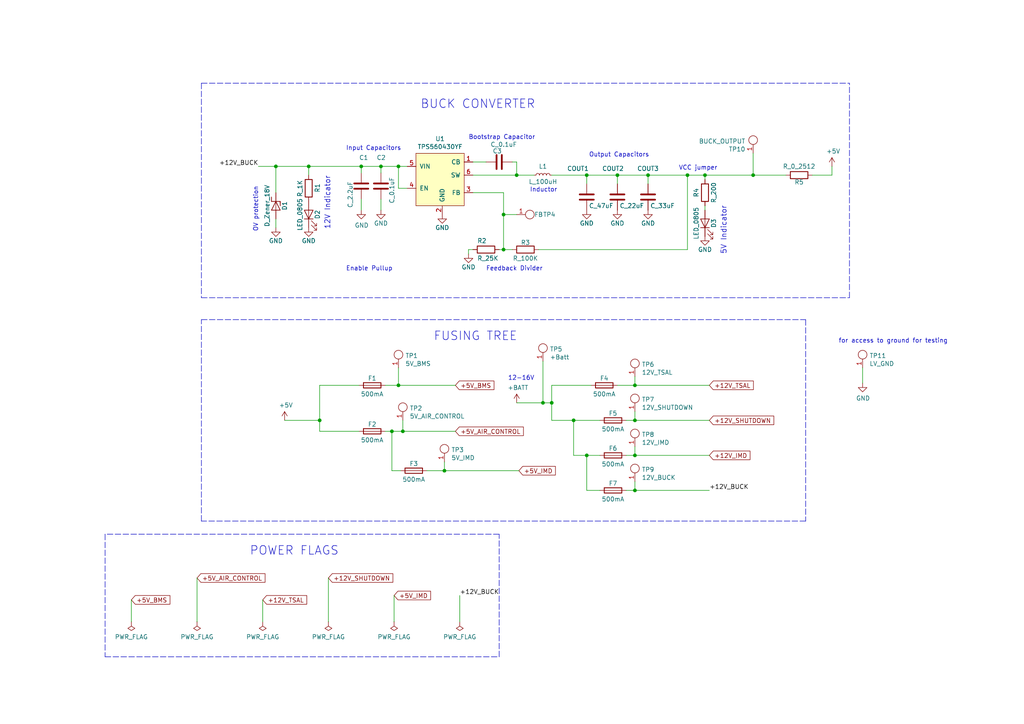
<source format=kicad_sch>
(kicad_sch (version 20211123) (generator eeschema)
  (paper "A4")
  (lib_symbols
    (symbol "formula:C_0.1uF" (pin_numbers hide) (pin_names (offset 0.254))
      (property "Reference" "C" (at 0.635 2.54 0))
      (property "Value" "C_0.1uF" (at 0.635 -2.54 0))
      (symbol "C_0.1uF_0_1"
        (polyline (pts (xy -2.032 -0.762) (xy 2.032 -0.762)) (stroke (width 0.508)))
        (polyline (pts (xy -2.032 0.762) (xy 2.032 0.762)) (stroke (width 0.508)))
      )
      (symbol "C_0.1uF_1_1"
        (pin passive line (at 0 3.81 270) (length 2.794) (name "~") (number "1"))
        (pin passive line (at 0 -3.81 90) (length 2.794) (name "~") (number "2"))
      )
    )
    (symbol "formula:C_2.2uF" (pin_numbers hide) (pin_names (offset 0.254))
      (property "Reference" "C" (at 0.635 3.81 0))
      (property "Value" "C_2.2uF" (at 0.635 -1.27 0))
      (symbol "C_2.2uF_0_1"
        (polyline (pts (xy -2.032 0.508) (xy 2.032 0.508)) (stroke (width 0.508)))
        (polyline (pts (xy -2.032 2.032) (xy 2.032 2.032)) (stroke (width 0.508)))
      )
      (symbol "C_2.2uF_1_1"
        (pin passive line (at 0 5.08 270) (length 2.794) (name "~") (number "1"))
        (pin passive line (at 0 -2.54 90) (length 2.794) (name "~") (number "2"))
      )
    )
    (symbol "formula:C_22uF" (pin_numbers hide) (pin_names (offset 0.254))
      (property "Reference" "C" (at 0.635 2.54 0))
      (property "Value" "C_22uF" (at 0.635 -2.54 0))
      (symbol "C_22uF_0_1"
        (polyline (pts (xy -2.032 -0.762) (xy 2.032 -0.762)) (stroke (width 0.508)))
        (polyline (pts (xy -2.032 0.762) (xy 2.032 0.762)) (stroke (width 0.508)))
      )
      (symbol "C_22uF_1_1"
        (pin passive line (at 0 3.81 270) (length 2.794) (name "~") (number "1"))
        (pin passive line (at 0 -3.81 90) (length 2.794) (name "~") (number "2"))
      )
    )
    (symbol "formula:C_33uF" (pin_numbers hide) (pin_names (offset 0.254))
      (property "Reference" "C" (at 0.635 2.54 0))
      (property "Value" "C_33uF" (at 2.54 -7.62 0))
      (symbol "C_33uF_0_1"
        (polyline (pts (xy -2.032 -0.762) (xy 2.032 -0.762)) (stroke (width 0.508)))
        (polyline (pts (xy -2.032 0.762) (xy 2.032 0.762)) (stroke (width 0.508)))
      )
      (symbol "C_33uF_1_1"
        (pin passive line (at 0 3.81 270) (length 2.794) (name "~") (number "1"))
        (pin passive line (at 0 -3.81 90) (length 2.794) (name "~") (number "2"))
      )
    )
    (symbol "formula:C_47uF" (pin_numbers hide) (pin_names (offset 0.254))
      (property "Reference" "C" (at 0.635 2.54 0))
      (property "Value" "C_47uF" (at 0.635 -2.54 0))
      (symbol "C_47uF_0_1"
        (polyline (pts (xy -2.032 -0.762) (xy 2.032 -0.762)) (stroke (width 0.508)))
        (polyline (pts (xy -2.032 0.762) (xy 2.032 0.762)) (stroke (width 0.508)))
      )
      (symbol "C_47uF_1_1"
        (pin passive line (at 0 3.81 270) (length 2.794) (name "~") (number "1"))
        (pin passive line (at 0 -3.81 90) (length 2.794) (name "~") (number "2"))
      )
    )
    (symbol "formula:D_Zener_18V" (pin_numbers hide) (pin_names (offset 1.016) hide)
      (property "Reference" "D" (at 0 2.54 0))
      (property "Value" "D_Zener_18V" (at 0 -2.54 0))
      (symbol "D_Zener_18V_0_1"
        (polyline (pts (xy -1.27 -1.27) (xy -2.54 -1.27)) (stroke (width 0.2032)))
        (polyline (pts (xy -1.27 1.27) (xy 0 1.27)) (stroke (width 0.2032)))
        (polyline (pts (xy 1.27 0) (xy -1.27 0)))
        (polyline (pts (xy -1.27 -1.27) (xy -1.27 1.27) (xy -0.762 1.27)) (stroke (width 0.2032)))
        (polyline (pts (xy 1.27 -1.27) (xy 1.27 1.27) (xy -1.27 0) (xy 1.27 -1.27)) (stroke (width 0.2032)))
      )
      (symbol "D_Zener_18V_1_1"
        (pin passive line (at -3.81 0 0) (length 2.54) (name "K") (number "1"))
        (pin passive line (at 3.81 0 180) (length 2.54) (name "A") (number "2"))
      )
    )
    (symbol "formula:F_500mA_16V" (pin_numbers hide) (pin_names (offset 0))
      (property "Reference" "F" (at 2.032 0 90))
      (property "Value" "F_500mA_16V" (at -1.905 0 90))
      (symbol "F_500mA_16V_0_1"
        (rectangle (start -0.762 -2.54) (end 0.762 2.54) (stroke (width 0.254)))
        (polyline (pts (xy 0 2.54) (xy 0 -2.54)))
      )
      (symbol "F_500mA_16V_1_1"
        (pin passive line (at 0 3.81 270) (length 1.27) (name "~") (number "1"))
        (pin passive line (at 0 -3.81 90) (length 1.27) (name "~") (number "2"))
      )
    )
    (symbol "formula:LED_0805" (pin_numbers hide) (pin_names (offset 1.016) hide)
      (property "Reference" "D" (at 0 -2.54 0))
      (property "Value" "LED_0805" (at 0 2.54 0))
      (symbol "LED_0805_0_1"
        (polyline (pts (xy -1.27 -1.27) (xy -1.27 1.27)) (stroke (width 0.2032)))
        (polyline (pts (xy -1.27 0) (xy 1.27 0)))
        (polyline (pts (xy 1.27 -1.27) (xy 1.27 1.27) (xy -1.27 0) (xy 1.27 -1.27)) (stroke (width 0.2032)))
        (polyline (pts (xy -3.048 -0.762) (xy -4.572 -2.286) (xy -3.81 -2.286) (xy -4.572 -2.286) (xy -4.572 -1.524)))
        (polyline (pts (xy -1.778 -0.762) (xy -3.302 -2.286) (xy -2.54 -2.286) (xy -3.302 -2.286) (xy -3.302 -1.524)))
      )
      (symbol "LED_0805_1_1"
        (pin passive line (at -3.81 0 0) (length 2.54) (name "K") (number "1"))
        (pin passive line (at 3.81 0 180) (length 2.54) (name "A") (number "2"))
      )
    )
    (symbol "formula:L_100uH" (pin_numbers hide) (pin_names (offset 1.016) hide)
      (property "Reference" "L" (at 0 -1.27 0))
      (property "Value" "L_100uH" (at 0 2.54 0))
      (symbol "L_100uH_1_1"
        (arc (start -1.016 0) (mid -1.524 0.508) (end -2.032 0))
        (arc (start 0 0) (mid -0.508 0.508) (end -1.016 0))
        (arc (start 1.016 0) (mid 0.508 0.508) (end 0 0))
        (arc (start 2.032 0) (mid 1.524 0.508) (end 1.016 0))
        (pin passive line (at -2.54 0 0) (length 0.508) (name "~") (number "1"))
        (pin passive line (at 2.54 0 180) (length 0.508) (name "~") (number "2"))
      )
    )
    (symbol "formula:R_0_2512" (pin_numbers hide) (pin_names (offset 0))
      (property "Reference" "R" (at 2.032 0 90))
      (property "Value" "R_0_2512" (at -2.54 0 90))
      (symbol "R_0_2512_0_1"
        (rectangle (start -1.016 -2.54) (end 1.016 2.54) (stroke (width 0.254)))
      )
      (symbol "R_0_2512_1_1"
        (pin passive line (at 0 3.81 270) (length 1.27) (name "~") (number "1"))
        (pin passive line (at 0 -3.81 90) (length 1.27) (name "~") (number "2"))
      )
    )
    (symbol "formula:R_10K" (pin_numbers hide) (pin_names (offset 0))
      (property "Reference" "R" (at 2.032 0 90))
      (property "Value" "R_10K" (at -2.54 0 90))
      (symbol "R_10K_0_1"
        (rectangle (start -1.016 -2.54) (end 1.016 2.54) (stroke (width 0.254)))
      )
      (symbol "R_10K_1_1"
        (pin passive line (at 0 3.81 270) (length 1.27) (name "~") (number "1"))
        (pin passive line (at 0 -3.81 90) (length 1.27) (name "~") (number "2"))
      )
    )
    (symbol "formula:R_1K" (pin_numbers hide) (pin_names (offset 0))
      (property "Reference" "R" (at 2.032 0 90))
      (property "Value" "R_1K" (at -2.54 0 90))
      (symbol "R_1K_0_1"
        (rectangle (start -1.016 -2.54) (end 1.016 2.54) (stroke (width 0.254)))
      )
      (symbol "R_1K_1_1"
        (pin passive line (at 0 3.81 270) (length 1.27) (name "~") (number "1"))
        (pin passive line (at 0 -3.81 90) (length 1.27) (name "~") (number "2"))
      )
    )
    (symbol "formula:R_200" (pin_numbers hide) (pin_names (offset 0))
      (property "Reference" "R" (at 2.032 0 90))
      (property "Value" "R_200" (at -2.54 0 90))
      (symbol "R_200_0_1"
        (rectangle (start -1.016 -2.54) (end 1.016 2.54) (stroke (width 0.254)))
      )
      (symbol "R_200_1_1"
        (pin passive line (at 0 3.81 270) (length 1.27) (name "~") (number "1"))
        (pin passive line (at 0 -3.81 90) (length 1.27) (name "~") (number "2"))
      )
    )
    (symbol "formula:R_54.9K" (pin_numbers hide) (pin_names (offset 0))
      (property "Reference" "R" (at 2.032 0 90))
      (property "Value" "R_54.9K" (at -2.54 0 90))
      (symbol "R_54.9K_0_1"
        (rectangle (start -1.016 -2.54) (end 1.016 2.54) (stroke (width 0.254)))
      )
      (symbol "R_54.9K_1_1"
        (pin passive line (at 0 3.81 270) (length 1.27) (name "~") (number "1"))
        (pin passive line (at 0 -3.81 90) (length 1.27) (name "~") (number "2"))
      )
    )
    (symbol "formula:TPS560430YF" (pin_names (offset 1.016))
      (property "Reference" "U" (at -5.08 -8.89 0))
      (property "Value" "TPS560430YF" (at 0 10.16 0))
      (symbol "TPS560430YF_0_1"
        (rectangle (start -6.35 -2.54) (end -6.35 -2.54))
        (rectangle (start -6.35 7.62) (end 7.62 -7.62) (fill (type background)))
      )
      (symbol "TPS560430YF_1_1"
        (pin bidirectional line (at 10.16 5.08 180) (length 2.54) (name "CB") (number "1"))
        (pin power_in line (at 1.27 -10.16 90) (length 2.54) (name "GND") (number "2"))
        (pin input line (at 10.16 -3.81 180) (length 2.54) (name "FB") (number "3"))
        (pin input line (at -8.89 -2.54 0) (length 2.54) (name "EN") (number "4"))
        (pin power_in line (at -8.89 3.81 0) (length 2.54) (name "VIN") (number "5"))
        (pin output line (at 10.16 1.27 180) (length 2.54) (name "SW") (number "6"))
      )
    )
    (symbol "formula:Test_Point_SMD" (pin_names (offset 1.016))
      (property "Reference" "TP" (at 0 7.62 0))
      (property "Value" "Test_Point_SMD" (at 1.27 5.08 0))
      (symbol "Test_Point_SMD_1_1"
        (circle (center 0 2.54) (radius 1.27))
        (pin input line (at 0 -1.27 90) (length 2.54) (name "~") (number "1"))
      )
    )
    (symbol "power:+5V" (power) (pin_names (offset 0))
      (property "Value" "+5V" (at 0 3.556 0))
      (symbol "+5V_0_1"
        (polyline (pts (xy -0.762 1.27) (xy 0 2.54)))
        (polyline (pts (xy 0 0) (xy 0 2.54)))
        (polyline (pts (xy 0 2.54) (xy 0.762 1.27)))
      )
      (symbol "+5V_1_1"
        (pin power_in line (at 0 0 90) (length 0) hide (name "+5V") (number "1"))
      )
    )
    (symbol "power:+BATT" (power) (pin_names (offset 0))
      (property "Value" "+BATT" (at 0 3.556 0))
      (symbol "+BATT_0_1"
        (polyline (pts (xy -0.762 1.27) (xy 0 2.54)))
        (polyline (pts (xy 0 0) (xy 0 2.54)))
        (polyline (pts (xy 0 2.54) (xy 0.762 1.27)))
      )
      (symbol "+BATT_1_1"
        (pin power_in line (at 0 0 90) (length 0) hide (name "+BATT") (number "1"))
      )
    )
    (symbol "power:GND" (power) (pin_names (offset 0))
      (property "Value" "GND" (at 0 -3.81 0))
      (symbol "GND_0_1"
        (polyline (pts (xy 0 0) (xy 0 -1.27) (xy 1.27 -1.27) (xy 0 -2.54) (xy -1.27 -1.27) (xy 0 -1.27)))
      )
      (symbol "GND_1_1"
        (pin power_in line (at 0 0 270) (length 0) hide (name "GND") (number "1"))
      )
    )
    (symbol "power:PWR_FLAG" (power) (pin_numbers hide) (pin_names (offset 0) hide)
      (property "Value" "PWR_FLAG" (at 0 3.81 0))
      (symbol "PWR_FLAG_0_0"
        (pin power_out line (at 0 0 90) (length 0) (name "pwr") (number "1"))
      )
      (symbol "PWR_FLAG_0_1"
        (polyline (pts (xy 0 0) (xy 0 1.27) (xy -1.016 1.905) (xy 0 2.54) (xy 1.016 1.905) (xy 0 1.27)))
      )
    )
  )
  (junction (at 170.18 132.08))
  (junction (at 115.57 111.76))
  (junction (at 187.96 50.8))
  (junction (at 116.84 125.095))
  (junction (at 80.01 48.26))
  (junction (at 166.37 121.92))
  (junction (at 179.07 50.8))
  (junction (at 160.02 116.84))
  (junction (at 146.05 72.39))
  (junction (at 110.49 48.26))
  (junction (at 170.18 50.8))
  (junction (at 184.15 121.92))
  (junction (at 128.905 136.525))
  (junction (at 92.71 121.92))
  (junction (at 184.15 142.24))
  (junction (at 149.86 50.8))
  (junction (at 113.665 125.095))
  (junction (at 104.775 48.26))
  (junction (at 184.15 111.76))
  (junction (at 204.47 50.8))
  (junction (at 89.535 48.26))
  (junction (at 199.39 50.8))
  (junction (at 157.48 116.84))
  (junction (at 218.44 50.8))
  (junction (at 115.57 48.26))
  (junction (at 146.05 62.23))
  (junction (at 184.15 132.08))
  (wire (pts (xy 157.48 104.775) (xy 157.48 116.84)))
  (wire (pts (xy 160.02 121.92) (xy 166.37 121.92)))
  (wire (pts (xy 146.05 72.39) (xy 146.05 62.23)))
  (wire (pts (xy 80.01 48.26) (xy 89.535 48.26)))
  (wire (pts (xy 113.665 125.095) (xy 113.665 136.525)))
  (wire (pts (xy 204.47 50.8) (xy 218.44 50.8)))
  (wire (pts (xy 92.71 125.095) (xy 104.14 125.095)))
  (wire (pts (xy 110.49 48.26) (xy 115.57 48.26)))
  (wire (pts (xy 181.61 121.92) (xy 184.15 121.92)))
  (wire (pts (xy 184.15 109.22) (xy 184.15 111.76)))
  (wire (pts (xy 184.15 132.08) (xy 205.74 132.08)))
  (wire (pts (xy 116.84 121.92) (xy 116.84 125.095)))
  (wire (pts (xy 104.775 48.26) (xy 110.49 48.26)))
  (wire (pts (xy 170.18 142.24) (xy 173.99 142.24)))
  (wire (pts (xy 184.15 129.54) (xy 184.15 132.08)))
  (polyline (pts (xy 144.78 190.5) (xy 144.78 154.94)))
  (wire (pts (xy 166.37 121.92) (xy 166.37 132.08)))
  (wire (pts (xy 179.07 50.8) (xy 179.07 53.34)))
  (wire (pts (xy 89.535 48.26) (xy 104.775 48.26)))
  (polyline (pts (xy 30.48 154.94) (xy 30.48 190.5)))
  (wire (pts (xy 199.39 50.8) (xy 204.47 50.8)))
  (wire (pts (xy 171.45 111.76) (xy 160.02 111.76)))
  (wire (pts (xy 157.48 116.84) (xy 160.02 116.84)))
  (wire (pts (xy 38.1 173.99) (xy 38.1 180.34)))
  (wire (pts (xy 82.55 121.92) (xy 92.71 121.92)))
  (wire (pts (xy 123.825 136.525) (xy 128.905 136.525)))
  (wire (pts (xy 149.86 116.84) (xy 157.48 116.84)))
  (polyline (pts (xy 58.42 24.13) (xy 58.42 86.36)))
  (polyline (pts (xy 58.42 86.36) (xy 246.38 86.36)))
  (wire (pts (xy 149.86 46.99) (xy 148.59 46.99)))
  (wire (pts (xy 187.96 50.8) (xy 199.39 50.8)))
  (wire (pts (xy 199.39 50.8) (xy 199.39 72.39)))
  (wire (pts (xy 137.16 55.88) (xy 146.05 55.88)))
  (wire (pts (xy 149.86 50.8) (xy 154.94 50.8)))
  (wire (pts (xy 104.775 48.26) (xy 104.775 50.165)))
  (wire (pts (xy 160.02 111.76) (xy 160.02 116.84)))
  (polyline (pts (xy 58.42 24.13) (xy 246.38 24.13)))
  (wire (pts (xy 110.49 57.785) (xy 110.49 60.96)))
  (polyline (pts (xy 58.42 92.71) (xy 233.68 92.71)))
  (wire (pts (xy 113.665 136.525) (xy 116.205 136.525)))
  (wire (pts (xy 184.15 142.24) (xy 205.74 142.24)))
  (wire (pts (xy 115.57 48.26) (xy 118.11 48.26)))
  (wire (pts (xy 241.3 50.8) (xy 241.3 48.26)))
  (polyline (pts (xy 144.78 154.94) (xy 30.48 154.94)))
  (wire (pts (xy 111.76 111.76) (xy 115.57 111.76)))
  (wire (pts (xy 181.61 142.24) (xy 184.15 142.24)))
  (wire (pts (xy 74.93 48.26) (xy 80.01 48.26)))
  (wire (pts (xy 104.14 111.76) (xy 92.71 111.76)))
  (wire (pts (xy 116.84 125.095) (xy 132.08 125.095)))
  (wire (pts (xy 128.905 136.525) (xy 150.495 136.525)))
  (wire (pts (xy 137.16 46.99) (xy 140.97 46.99)))
  (wire (pts (xy 187.96 50.8) (xy 187.96 53.34)))
  (polyline (pts (xy 233.68 92.71) (xy 233.68 151.13)))
  (wire (pts (xy 133.35 172.72) (xy 133.35 180.34)))
  (wire (pts (xy 170.18 50.8) (xy 179.07 50.8)))
  (wire (pts (xy 204.47 59.69) (xy 204.47 60.96)))
  (wire (pts (xy 170.18 50.8) (xy 170.18 53.34)))
  (wire (pts (xy 218.44 44.45) (xy 218.44 50.8)))
  (polyline (pts (xy 58.42 151.13) (xy 58.42 92.71)))
  (wire (pts (xy 80.01 48.26) (xy 80.01 55.88)))
  (wire (pts (xy 115.57 106.68) (xy 115.57 111.76)))
  (wire (pts (xy 137.16 50.8) (xy 149.86 50.8)))
  (wire (pts (xy 92.71 121.92) (xy 92.71 125.095)))
  (wire (pts (xy 115.57 111.76) (xy 132.08 111.76)))
  (wire (pts (xy 184.15 139.7) (xy 184.15 142.24)))
  (wire (pts (xy 204.47 50.8) (xy 204.47 52.07)))
  (wire (pts (xy 115.57 54.61) (xy 115.57 48.26)))
  (polyline (pts (xy 30.48 190.5) (xy 144.78 190.5)))
  (wire (pts (xy 57.15 167.64) (xy 57.15 180.34)))
  (wire (pts (xy 179.07 50.8) (xy 187.96 50.8)))
  (wire (pts (xy 181.61 132.08) (xy 184.15 132.08)))
  (wire (pts (xy 184.15 121.92) (xy 205.74 121.92)))
  (wire (pts (xy 89.535 50.8) (xy 89.535 48.26)))
  (wire (pts (xy 113.665 125.095) (xy 116.84 125.095)))
  (wire (pts (xy 128.905 133.985) (xy 128.905 136.525)))
  (wire (pts (xy 250.19 106.68) (xy 250.19 111.125)))
  (wire (pts (xy 179.07 111.76) (xy 184.15 111.76)))
  (wire (pts (xy 170.18 132.08) (xy 173.99 132.08)))
  (wire (pts (xy 218.44 50.8) (xy 227.965 50.8)))
  (wire (pts (xy 80.01 63.5) (xy 80.01 66.04)))
  (wire (pts (xy 137.16 72.39) (xy 135.89 72.39)))
  (wire (pts (xy 149.86 46.99) (xy 149.86 50.8)))
  (wire (pts (xy 148.59 72.39) (xy 146.05 72.39)))
  (polyline (pts (xy 246.38 86.36) (xy 246.38 24.13)))
  (wire (pts (xy 114.3 172.72) (xy 114.3 180.34)))
  (wire (pts (xy 166.37 132.08) (xy 170.18 132.08)))
  (wire (pts (xy 146.05 62.23) (xy 149.86 62.23)))
  (wire (pts (xy 111.76 125.095) (xy 113.665 125.095)))
  (wire (pts (xy 184.15 111.76) (xy 205.74 111.76)))
  (wire (pts (xy 146.05 62.23) (xy 146.05 55.88)))
  (wire (pts (xy 104.775 57.785) (xy 104.775 60.96)))
  (polyline (pts (xy 233.68 151.13) (xy 58.42 151.13)))
  (wire (pts (xy 146.05 72.39) (xy 144.78 72.39)))
  (wire (pts (xy 235.585 50.8) (xy 241.3 50.8)))
  (wire (pts (xy 115.57 54.61) (xy 118.11 54.61)))
  (wire (pts (xy 92.71 111.76) (xy 92.71 121.92)))
  (wire (pts (xy 166.37 121.92) (xy 173.99 121.92)))
  (wire (pts (xy 184.15 119.38) (xy 184.15 121.92)))
  (wire (pts (xy 95.25 167.64) (xy 95.25 180.34)))
  (wire (pts (xy 76.2 180.34) (xy 76.2 173.99)))
  (wire (pts (xy 135.89 73.66) (xy 135.89 72.39)))
  (wire (pts (xy 110.49 50.165) (xy 110.49 48.26)))
  (wire (pts (xy 160.02 50.8) (xy 170.18 50.8)))
  (wire (pts (xy 156.21 72.39) (xy 199.39 72.39)))
  (wire (pts (xy 170.18 132.08) (xy 170.18 142.24)))
  (wire (pts (xy 160.02 116.84) (xy 160.02 121.92)))
  (text "12V Indicator" (at 95.885 66.675 90) (effects (font (size 1.524 1.524)) (justify left bottom)))
  (text "5V Indicator" (at 210.82 59.69 270) (effects (font (size 1.524 1.524)) (justify right bottom)))
  (text "Output Capacitors" (at 170.815 45.72 0) (effects (font (size 1.27 1.27)) (justify left bottom)))
  (text "OV protection" (at 74.93 67.31 90) (effects (font (size 1.27 1.27)) (justify left bottom)))
  (text "VCC jumper" (at 196.85 49.53 0) (effects (font (size 1.27 1.27)) (justify left bottom)))
  (text "FUSING TREE" (at 125.73 99.06 0) (effects (font (size 2.4892 2.4892)) (justify left bottom)))
  (text "Bootstrap Capacitor\n" (at 135.89 40.64 0) (effects (font (size 1.27 1.27)) (justify left bottom)))
  (text "Enable Pullup" (at 100.33 78.74 0) (effects (font (size 1.27 1.27)) (justify left bottom)))
  (text "Inductor" (at 153.67 55.88 0) (effects (font (size 1.27 1.27)) (justify left bottom)))
  (text "POWER FLAGS" (at 72.39 161.29 0) (effects (font (size 2.4892 2.4892)) (justify left bottom)))
  (text "BUCK CONVERTER" (at 121.92 31.75 0) (effects (font (size 2.4892 2.4892)) (justify left bottom)))
  (text "for access to ground for testing" (at 243.205 99.695 0) (effects (font (size 1.27 1.27)) (justify left bottom)))
  (text "12-16V" (at 147.32 110.49 0) (effects (font (size 1.27 1.27)) (justify left bottom)))
  (text "Input Capacitors" (at 100.33 43.815 0) (effects (font (size 1.27 1.27)) (justify left bottom)))
  (text "Feedback Divider" (at 140.97 78.74 0) (effects (font (size 1.27 1.27)) (justify left bottom)))
  (label "+12V_BUCK" (at 74.93 48.26 180))
  (label "+12V_BUCK" (at 133.35 172.72 0))
  (label "+12V_BUCK" (at 205.74 142.24 0))
  (global_label "+5V_AIR_CONTROL" (shape input) (at 132.08 125.095 0) (property "Intersheet References" "${INTERSHEET_REFS}" (effects hide)))
  (global_label "+5V_AIR_CONTROL" (shape input) (at 57.15 167.64 0) (property "Intersheet References" "${INTERSHEET_REFS}" (effects hide)))
  (global_label "+12V_SHUTDOWN" (shape input) (at 95.25 167.64 0) (property "Intersheet References" "${INTERSHEET_REFS}" (effects hide)))
  (global_label "+5V_IMD" (shape input) (at 114.3 172.72 0) (property "Intersheet References" "${INTERSHEET_REFS}" (effects hide)))
  (global_label "+12V_SHUTDOWN" (shape input) (at 205.74 121.92 0) (property "Intersheet References" "${INTERSHEET_REFS}" (effects hide)))
  (global_label "+12V_IMD" (shape input) (at 205.74 132.08 0) (property "Intersheet References" "${INTERSHEET_REFS}" (effects hide)))
  (global_label "+5V_IMD" (shape input) (at 150.495 136.525 0) (property "Intersheet References" "${INTERSHEET_REFS}" (effects hide)))
  (global_label "+12V_TSAL" (shape input) (at 76.2 173.99 0) (property "Intersheet References" "${INTERSHEET_REFS}" (effects hide)))
  (global_label "+12V_TSAL" (shape input) (at 205.74 111.76 0) (property "Intersheet References" "${INTERSHEET_REFS}" (effects hide)))
  (global_label "+5V_BMS" (shape input) (at 132.08 111.76 0) (property "Intersheet References" "${INTERSHEET_REFS}" (effects hide)))
  (global_label "+5V_BMS" (shape input) (at 38.1 173.99 0) (property "Intersheet References" "${INTERSHEET_REFS}" (effects hide)))
  (symbol (lib_id "formula:F_500mA_16V") (at 107.95 111.76 90) (unit 1)
    (property "Reference" "F1" (at 107.95 109.728 90))
    (property "Value" "500mA" (at 107.95 114.3 90))
    (property "Footprint" "footprints:Fuse_1210" (effects hide))
    (property "Datasheet" "https://belfuse.com/resources/CircuitProtection/datasheets/0ZCH%20Nov2016.pdf" (effects hide))
    (property "MFN" "Digi-Key" (effects hide))
    (property "MPN" "507-1786-1-ND" (effects hide))
    (property "Package" "Value" (effects hide))
    (property "PurchasingLink" "https://www.digikey.com/product-detail/en/bel-fuse-inc/0ZCH0050FF2G/507-1786-1-ND/4156209" (effects hide))
  )
  (symbol (lib_id "power:+5V") (at 82.55 121.92 0) (unit 1)
    (property "Reference" "#PWR0132" (effects hide))
    (property "Value" "+5V" (at 82.931 117.5258 0))
  )
  (symbol (lib_id "formula:F_500mA_16V") (at 107.95 125.095 90) (unit 1)
    (property "Reference" "F2" (at 107.95 123.063 90))
    (property "Value" "500mA" (at 107.95 127.635 90))
    (property "Footprint" "footprints:Fuse_1210" (effects hide))
    (property "Datasheet" "https://belfuse.com/resources/CircuitProtection/datasheets/0ZCH%20Nov2016.pdf" (effects hide))
    (property "MFN" "Digi-Key" (effects hide))
    (property "MPN" "507-1786-1-ND" (effects hide))
    (property "Package" "Value" (effects hide))
    (property "PurchasingLink" "https://www.digikey.com/product-detail/en/bel-fuse-inc/0ZCH0050FF2G/507-1786-1-ND/4156209" (effects hide))
  )
  (symbol (lib_id "formula:F_500mA_16V") (at 175.26 111.76 90) (unit 1)
    (property "Reference" "F4" (at 175.26 109.728 90))
    (property "Value" "500mA" (at 175.26 114.3 90))
    (property "Footprint" "footprints:Fuse_1210" (effects hide))
    (property "Datasheet" "https://belfuse.com/resources/CircuitProtection/datasheets/0ZCH%20Nov2016.pdf" (effects hide))
    (property "MFN" "Digi-Key" (effects hide))
    (property "MPN" "507-1786-1-ND" (effects hide))
    (property "Package" "Value" (effects hide))
    (property "PurchasingLink" "https://www.digikey.com/product-detail/en/bel-fuse-inc/0ZCH0050FF2G/507-1786-1-ND/4156209" (effects hide))
  )
  (symbol (lib_id "formula:F_500mA_16V") (at 120.015 136.525 90) (unit 1)
    (property "Reference" "F3" (at 120.015 134.493 90))
    (property "Value" "500mA" (at 120.015 139.065 90))
    (property "Footprint" "footprints:Fuse_1210" (effects hide))
    (property "Datasheet" "https://belfuse.com/resources/CircuitProtection/datasheets/0ZCH%20Nov2016.pdf" (effects hide))
    (property "MFN" "Digi-Key" (effects hide))
    (property "MPN" "507-1786-1-ND" (effects hide))
    (property "Package" "Value" (effects hide))
    (property "PurchasingLink" "https://www.digikey.com/product-detail/en/bel-fuse-inc/0ZCH0050FF2G/507-1786-1-ND/4156209" (effects hide))
  )
  (symbol (lib_id "power:+5V") (at 241.3 48.26 0) (unit 1)
    (property "Reference" "#PWR0102" (effects hide))
    (property "Value" "+5V" (at 241.681 43.8658 0))
  )
  (symbol (lib_id "formula:F_500mA_16V") (at 177.8 121.92 90) (unit 1)
    (property "Reference" "F5" (at 177.8 119.888 90))
    (property "Value" "500mA" (at 177.8 124.46 90))
    (property "Footprint" "footprints:Fuse_1210" (effects hide))
    (property "Datasheet" "https://belfuse.com/resources/CircuitProtection/datasheets/0ZCH%20Nov2016.pdf" (effects hide))
    (property "MFN" "Digi-Key" (effects hide))
    (property "MPN" "507-1786-1-ND" (effects hide))
    (property "Package" "Value" (effects hide))
    (property "PurchasingLink" "https://www.digikey.com/product-detail/en/bel-fuse-inc/0ZCH0050FF2G/507-1786-1-ND/4156209" (effects hide))
  )
  (symbol (lib_id "formula:R_200") (at 204.47 55.88 0) (unit 1)
    (property "Reference" "R4" (at 201.93 55.88 90))
    (property "Value" "R_200" (at 207.01 55.88 90))
    (property "Footprint" "footprints:R_0805_OEM" (effects hide))
    (property "Datasheet" "https://www.seielect.com/Catalog/SEI-RMCF_RMCP.pdf" (effects hide))
    (property "MFN" "Digi-Key" (effects hide))
    (property "MPN" "RMCF0805JT200RCT-ND" (effects hide))
    (property "Package" "Value" (effects hide))
    (property "PurchasingLink" "https://www.digikey.com/products/en?keywords=RMCF0805JT200RCT-ND" (effects hide))
  )
  (symbol (lib_id "formula:LED_0805") (at 89.535 62.23 90) (unit 1)
    (property "Reference" "D2" (at 92.075 62.23 0))
    (property "Value" "LED_0805" (at 86.995 62.23 0))
    (property "Footprint" "footprints:LED_0805_OEM" (effects hide))
    (property "Datasheet" "http://www.osram-os.com/Graphics/XPic9/00078860_0.pdf" (effects hide))
    (property "MPN" "475-1410-1-ND" (effects hide))
    (property "MFN" "Digi-Key" (effects hide))
    (property "Package" "Value" (effects hide))
    (property "PurchasingLink" "https://www.digikey.com/products/en?keywords=475-1410-1-ND" (effects hide))
  )
  (symbol (lib_id "formula:LED_0805") (at 204.47 64.77 90) (unit 1)
    (property "Reference" "D3" (at 207.01 64.77 0))
    (property "Value" "LED_0805" (at 201.93 64.77 0))
    (property "Footprint" "footprints:LED_0805_OEM" (effects hide))
    (property "Datasheet" "http://www.osram-os.com/Graphics/XPic9/00078860_0.pdf" (effects hide))
    (property "MPN" "475-1410-1-ND" (effects hide))
    (property "MFN" "Digi-Key" (effects hide))
    (property "Package" "Value" (effects hide))
    (property "PurchasingLink" "https://www.digikey.com/products/en?keywords=475-1410-1-ND" (effects hide))
  )
  (symbol (lib_id "formula:C_0.1uF") (at 144.78 46.99 270) (unit 1)
    (property "Reference" "C3" (at 142.875 43.815 90) (effects (justify left)))
    (property "Value" "C_0.1uF" (at 142.24 41.91 90) (effects (justify left)))
    (property "Footprint" "footprints:C_0805_OEM" (effects hide))
    (property "Datasheet" "http://datasheets.avx.com/X7RDielectric.pdf" (effects hide))
    (property "MPN" "478-3352-1-ND" (effects hide))
    (property "MFN" "Digi-Key" (effects hide))
    (property "Package" "Value" (effects hide))
    (property "PurchasingLink" "https://www.digikey.com/products/en?keywords=478-3352-1-ND" (effects hide))
  )
  (symbol (lib_id "formula:C_47uF") (at 170.18 57.15 0) (unit 1)
    (property "Reference" "COUT1" (at 164.465 48.895 0) (effects (justify left)))
    (property "Value" "C_47uF" (at 170.815 59.69 0) (effects (justify left)))
    (property "Footprint" "footprints:C_0805_OEM" (effects hide))
    (property "Datasheet" "http://www.yuden.co.jp/productdata/catalog/en/mlcc_all_e.pdf" (effects hide))
    (property "MPN" "587-4280-1-ND" (effects hide))
    (property "MFN" "Digi-Key" (effects hide))
    (property "Package" "Value" (effects hide))
    (property "PurchasingLink" "https://www.digikey.com/product-detail/en/taiyo-yuden/JMK212BBJ476MG-T/587-4280-1-ND/5344315" (effects hide))
  )
  (symbol (lib_id "power:GND") (at 89.535 66.04 0) (unit 1)
    (property "Reference" "#PWR0136" (effects hide))
    (property "Value" "GND" (at 89.535 69.85 0))
  )
  (symbol (lib_id "power:GND") (at 110.49 60.96 0) (unit 1)
    (property "Reference" "#PWR0135" (effects hide))
    (property "Value" "GND" (at 110.49 64.77 0))
  )
  (symbol (lib_id "power:GND") (at 128.27 62.23 0) (unit 1)
    (property "Reference" "#PWR0138" (effects hide))
    (property "Value" "GND" (at 128.27 66.04 0))
  )
  (symbol (lib_id "power:GND") (at 135.89 73.66 0) (unit 1)
    (property "Reference" "#PWR0139" (effects hide))
    (property "Value" "GND" (at 135.89 77.47 0))
  )
  (symbol (lib_id "power:GND") (at 170.18 60.96 0) (unit 1)
    (property "Reference" "#PWR0131" (effects hide))
    (property "Value" "GND" (at 170.18 64.77 0))
  )
  (symbol (lib_id "power:GND") (at 204.47 68.58 0) (unit 1)
    (property "Reference" "#PWR0141" (effects hide))
    (property "Value" "GND" (at 204.47 72.39 0))
  )
  (symbol (lib_id "formula:F_500mA_16V") (at 177.8 132.08 90) (unit 1)
    (property "Reference" "F6" (at 177.8 130.048 90))
    (property "Value" "500mA" (at 177.8 134.62 90))
    (property "Footprint" "footprints:Fuse_1210" (effects hide))
    (property "Datasheet" "https://belfuse.com/resources/CircuitProtection/datasheets/0ZCH%20Nov2016.pdf" (effects hide))
    (property "MFN" "Digi-Key" (effects hide))
    (property "MPN" "507-1786-1-ND" (effects hide))
    (property "Package" "Value" (effects hide))
    (property "PurchasingLink" "https://www.digikey.com/product-detail/en/bel-fuse-inc/0ZCH0050FF2G/507-1786-1-ND/4156209" (effects hide))
  )
  (symbol (lib_id "formula:D_Zener_18V") (at 80.01 59.69 270) (unit 1)
    (property "Reference" "D1" (at 82.55 59.69 0))
    (property "Value" "D_Zener_18V" (at 77.47 59.69 0))
    (property "Footprint" "footprints:DO-214AA" (effects hide))
    (property "Datasheet" "http://www.mccsemi.com/up_pdf/SMBJ5338B-SMBJ5388B(SMB).pdf" (effects hide))
    (property "MPN" "SMBJ5355B-TPMSCT-ND" (effects hide))
    (property "MFN" "Digi-Key" (effects hide))
    (property "Package" "DO-214AA (SMB)" (effects hide))
    (property "PurchasingLink" "https://www.digikey.com/products/en?keywords=SMBJ5355B-TPMSCT-ND" (effects hide))
  )
  (symbol (lib_id "power:GND") (at 80.01 66.04 0) (unit 1)
    (property "Reference" "#PWR0137" (effects hide))
    (property "Value" "GND" (at 80.01 69.85 0))
  )
  (symbol (lib_id "power:GND") (at 179.07 60.96 0) (unit 1)
    (property "Reference" "#PWR0101" (effects hide))
    (property "Value" "GND" (at 179.07 64.77 0))
  )
  (symbol (lib_id "power:GND") (at 187.96 60.96 0) (unit 1)
    (property "Reference" "#PWR0142" (effects hide))
    (property "Value" "GND" (at 187.96 64.77 0))
  )
  (symbol (lib_id "formula:R_10K") (at 140.97 72.39 270) (unit 1)
    (property "Reference" "R2" (at 138.43 69.85 90) (effects (justify left)))
    (property "Value" "R_25K" (at 138.43 74.93 90) (effects (justify left)))
    (property "Footprint" "footprints:R_0805_OEM" (effects hide))
    (property "Datasheet" "http://www.bourns.com/data/global/pdfs/CRS.pdf" (effects hide))
    (property "MFN" "DK" (effects hide))
    (property "MPN" "CRS0805-FX-1002ELFCT-ND" (effects hide))
    (property "PurchasingLink" "https://www.digikey.com/products/en?keywords=CRS0805-FX-1002ELFCT-ND" (effects hide))
  )
  (symbol (lib_id "formula:R_1K") (at 89.535 54.61 0) (unit 1)
    (property "Reference" "R1" (at 92.075 55.88 90) (effects (justify left)))
    (property "Value" "R_1K" (at 86.995 57.15 90) (effects (justify left)))
    (property "Footprint" "footprints:R_0805_OEM" (effects hide))
    (property "Datasheet" "https://www.seielect.com/Catalog/SEI-rncp.pdf" (effects hide))
    (property "MFN" "DK" (effects hide))
    (property "MPN" "RNCP0805FTD1K00CT-ND" (effects hide))
    (property "PurchasingLink" "https://www.digikey.com/products/en?keywords=RNCP0805FTD1K00CT-ND" (effects hide))
  )
  (symbol (lib_id "formula:R_0_2512") (at 231.775 50.8 270) (unit 1)
    (property "Reference" "R5" (at 231.775 52.832 90))
    (property "Value" "R_0_2512" (at 231.775 48.26 90))
    (property "Footprint" "footprints:R_2512_OEM" (effects hide))
    (property "Datasheet" "http://www.te.com/commerce/DocumentDelivery/DDEController?Action=srchrtrv&DocNm=9-1773463-7&DocType=DS&DocLang=English" (effects hide))
    (property "MFN" "DK" (effects hide))
    (property "MPN" "A121322CT-ND" (effects hide))
    (property "PurchasingLink" "https://www.digikey.com/products/en?keywords=A121322CT-ND" (effects hide))
  )
  (symbol (lib_id "formula:R_54.9K") (at 152.4 72.39 90) (unit 1)
    (property "Reference" "R3" (at 152.4 70.358 90))
    (property "Value" "R_100K" (at 152.4 74.93 90))
    (property "Footprint" "footprints:R_0805_OEM" (effects hide))
    (property "Datasheet" "https://industrial.panasonic.com/cdbs/www-data/pdf/RDA0000/AOA0000C304.pdf" (effects hide))
    (property "MFN" "DK" (effects hide))
    (property "MPN" "311-54.9KCRCT-ND" (effects hide))
    (property "PurchasingLink" "https://www.digikey.com/product-detail/en/yageo/RC0805FR-0754K9L/311-54.9KCRCT-ND/730976" (effects hide))
  )
  (symbol (lib_id "formula:TPS560430YF") (at 127 52.07 0) (unit 1)
    (property "Reference" "U1" (at 127.635 40.259 0))
    (property "Value" "TPS560430YF" (at 127.635 42.5704 0))
    (property "Footprint" "footprints:SOT-23-6_OEM" (effects hide))
    (property "Datasheet" "http://www.ti.com/lit/ds/symlink/tps560430.pdf" (effects hide))
    (property "MPN" "TPS560430YFDBVR-ND" (effects hide))
    (property "MFN" "DK" (effects hide))
    (property "PurchasingLink" "https://www.digikey.com/product-detail/en/texas-instruments/TPS560430XDBVR/296-50420-6-ND/9685813" (effects hide))
  )
  (symbol (lib_id "formula:L_100uH") (at 157.48 50.8 0) (unit 1)
    (property "Reference" "L1" (at 157.48 48.26 0))
    (property "Value" "L_100uH" (at 157.48 52.705 0))
    (property "Footprint" "footprints:L_100uH_OEM" (effects hide))
    (property "Datasheet" "https://product.tdk.com/info/en/catalog/datasheets/inductor_commercial_decoupling_nlfv32-ef_en.pdf" (effects hide))
    (property "MFN" "DK" (effects hide))
    (property "MPN" "445-15759-1-ND" (effects hide))
    (property "PurchasingLink" "https://www.digikey.com/product-detail/en/tdk-corporation/NLFV32T-101K-EF/445-15759-1-ND/4328055" (effects hide))
  )
  (symbol (lib_id "formula:C_22uF") (at 179.07 57.15 0) (unit 1)
    (property "Reference" "COUT2" (at 174.625 48.895 0) (effects (justify left)))
    (property "Value" "C_22uF" (at 179.705 59.69 0) (effects (justify left)))
    (property "Footprint" "footprints:C_1206_OEM" (effects hide))
    (property "Datasheet" "https://product.tdk.com/info/en/catalog/datasheets/mlcc_commercial_general_en.pdf" (effects hide))
    (property "MFN" "DK" (effects hide))
    (property "MPN" "445-11693-1-ND" (effects hide))
    (property "PurchasingLink" "https://www.digikey.com/product-detail/en/tdk-corporation/C3216JB1C226M160AB/445-11693-1-ND/3953359" (effects hide))
  )
  (symbol (lib_id "formula:C_33uF") (at 187.96 57.15 0) (unit 1)
    (property "Reference" "COUT3" (at 184.785 48.895 0) (effects (justify left)))
    (property "Value" "C_33uF" (at 188.595 59.69 0) (effects (justify left)))
    (property "Footprint" "footprints:Fuse_1812" (effects hide))
    (property "Datasheet" "https://product.tdk.com/info/en/catalog/datasheets/mlcc_commercial_general_en.pdf" (effects hide))
    (property "MFN" "DK" (effects hide))
    (property "MPN" "445-3924-1-ND" (effects hide))
    (property "PurchasingLink" "https://www.digikey.com/product-detail/en/tdk-corporation/C4532X7R1C336M250KC/445-3924-1-ND/1923431" (effects hide))
  )
  (symbol (lib_id "formula:C_0.1uF") (at 110.49 53.975 0) (unit 1)
    (property "Reference" "C2" (at 109.22 45.72 0) (effects (justify left)))
    (property "Value" "C_0.1uF" (at 113.665 59.055 90) (effects (justify left)))
    (property "Footprint" "footprints:C_0805_OEM" (effects hide))
    (property "Datasheet" "http://datasheets.avx.com/X7RDielectric.pdf" (effects hide))
    (property "MFN" "DK" (effects hide))
    (property "MPN" "478-3352-1-ND" (effects hide))
    (property "PurchasingLink" "https://www.digikey.com/products/en?keywords=478-3352-1-ND" (effects hide))
  )
  (symbol (lib_id "formula:C_2.2uF") (at 104.775 55.245 0) (unit 1)
    (property "Reference" "C1" (at 104.14 45.72 0) (effects (justify left)))
    (property "Value" "C_2.2uF" (at 101.6 60.325 90) (effects (justify left)))
    (property "Footprint" "footprints:C_0603_1608Metric" (effects hide))
    (property "Datasheet" "http://www.yageo.com/documents/recent/UPY-GPHC_X5R_4V-to-50V_25.pdf" (effects hide))
    (property "MFN" "DK" (effects hide))
    (property "MPN" "311-1451-1-ND" (effects hide))
    (property "PurchasingLink" "https://www.digikey.com/product-detail/en/yageo/CC0603KRX5R6BB225/311-1451-1-ND/2833757" (effects hide))
  )
  (symbol (lib_id "power:GND") (at 104.775 60.96 0) (unit 1)
    (property "Reference" "#PWR0134" (effects hide))
    (property "Value" "GND" (at 104.902 65.3542 0))
  )
  (symbol (lib_id "power:+BATT") (at 149.86 116.84 0) (unit 1)
    (property "Reference" "#PWR0133" (effects hide))
    (property "Value" "+BATT" (at 150.241 112.4458 0))
  )
  (symbol (lib_id "formula:Test_Point_SMD") (at 115.57 105.41 0) (unit 1)
    (property "Reference" "TP1" (at 117.5512 103.1748 0) (effects (justify left)))
    (property "Value" "5V_BMS" (at 117.5512 105.4862 0) (effects (justify left)))
    (property "Footprint" "TestPoint:TestPoint_Pad_D1.0mm" (effects hide))
  )
  (symbol (lib_id "formula:Test_Point_SMD") (at 116.84 120.65 0) (unit 1)
    (property "Reference" "TP2" (at 118.8212 118.4148 0) (effects (justify left)))
    (property "Value" "5V_AIR_CONTROL" (at 118.8212 120.7262 0) (effects (justify left)))
    (property "Footprint" "TestPoint:TestPoint_Pad_D1.0mm" (effects hide))
  )
  (symbol (lib_id "formula:Test_Point_SMD") (at 184.15 107.95 0) (unit 1)
    (property "Reference" "TP6" (at 186.1312 105.7148 0) (effects (justify left)))
    (property "Value" "12V_TSAL" (at 186.1312 108.0262 0) (effects (justify left)))
    (property "Footprint" "TestPoint:TestPoint_Pad_D1.0mm" (effects hide))
  )
  (symbol (lib_id "formula:Test_Point_SMD") (at 128.905 132.715 0) (unit 1)
    (property "Reference" "TP3" (at 130.8862 130.4798 0) (effects (justify left)))
    (property "Value" "5V_IMD" (at 130.8862 132.7912 0) (effects (justify left)))
    (property "Footprint" "TestPoint:TestPoint_Pad_D1.0mm" (effects hide))
  )
  (symbol (lib_id "formula:Test_Point_SMD") (at 184.15 118.11 0) (unit 1)
    (property "Reference" "TP7" (at 186.1312 115.8748 0) (effects (justify left)))
    (property "Value" "12V_SHUTDOWN" (at 186.1312 118.1862 0) (effects (justify left)))
    (property "Footprint" "TestPoint:TestPoint_Pad_D1.0mm" (effects hide))
  )
  (symbol (lib_id "formula:Test_Point_SMD") (at 184.15 128.27 0) (unit 1)
    (property "Reference" "TP8" (at 186.1312 126.0348 0) (effects (justify left)))
    (property "Value" "12V_IMD" (at 186.1312 128.3462 0) (effects (justify left)))
    (property "Footprint" "TestPoint:TestPoint_Pad_D1.0mm" (effects hide))
  )
  (symbol (lib_id "formula:Test_Point_SMD") (at 218.44 43.18 0) (unit 1)
    (property "Reference" "TP10" (at 216.2048 43.2816 0) (effects (justify right)))
    (property "Value" "BUCK_OUTPUT" (at 216.2048 40.9702 0) (effects (justify right)))
    (property "Footprint" "TestPoint:TestPoint_Pad_D4.0mm" (effects hide))
  )
  (symbol (lib_id "formula:Test_Point_SMD") (at 151.13 62.23 270) (unit 1)
    (property "Reference" "TP4" (at 157.48 62.23 90) (effects (justify left)))
    (property "Value" "FB" (at 154.94 62.23 90) (effects (justify left)))
    (property "Footprint" "TestPoint:TestPoint_Pad_D1.0mm" (effects hide))
  )
  (symbol (lib_id "power:PWR_FLAG") (at 38.1 180.34 180) (unit 1)
    (property "Reference" "#FLG0101" (effects hide))
    (property "Value" "PWR_FLAG" (at 38.1 184.7342 0))
  )
  (symbol (lib_id "power:PWR_FLAG") (at 57.15 180.34 180) (unit 1)
    (property "Reference" "#FLG0102" (effects hide))
    (property "Value" "PWR_FLAG" (at 57.15 184.7342 0))
  )
  (symbol (lib_id "power:PWR_FLAG") (at 76.2 180.34 180) (unit 1)
    (property "Reference" "#FLG0103" (effects hide))
    (property "Value" "PWR_FLAG" (at 76.2 184.7342 0))
  )
  (symbol (lib_id "power:PWR_FLAG") (at 95.25 180.34 180) (unit 1)
    (property "Reference" "#FLG0105" (effects hide))
    (property "Value" "PWR_FLAG" (at 95.25 184.7342 0))
  )
  (symbol (lib_id "power:PWR_FLAG") (at 114.3 180.34 180) (unit 1)
    (property "Reference" "#FLG0104" (effects hide))
    (property "Value" "PWR_FLAG" (at 114.3 184.7342 0))
  )
  (symbol (lib_id "power:PWR_FLAG") (at 133.35 180.34 180) (unit 1)
    (property "Reference" "#FLG0106" (effects hide))
    (property "Value" "PWR_FLAG" (at 133.35 184.7342 0))
  )
  (symbol (lib_id "formula:Test_Point_SMD") (at 157.48 103.505 0) (unit 1)
    (property "Reference" "TP5" (at 159.4612 101.2698 0) (effects (justify left)))
    (property "Value" "+Batt" (at 159.4612 103.5812 0) (effects (justify left)))
    (property "Footprint" "TestPoint:TestPoint_Pad_D4.0mm" (effects hide))
  )
  (symbol (lib_id "formula:Test_Point_SMD") (at 250.19 105.41 0) (unit 1)
    (property "Reference" "TP11" (at 252.1712 103.1748 0) (effects (justify left)))
    (property "Value" "LV_GND" (at 252.1712 105.4862 0) (effects (justify left)))
    (property "Footprint" "TestPoint:TestPoint_Pad_D4.0mm" (effects hide))
  )
  (symbol (lib_id "power:GND") (at 250.19 111.125 0) (unit 1)
    (property "Reference" "#PWR0140" (effects hide))
    (property "Value" "GND" (at 250.317 115.5192 0))
  )
  (symbol (lib_id "formula:Test_Point_SMD") (at 184.15 138.43 0) (unit 1)
    (property "Reference" "TP9" (at 186.1312 136.1948 0) (effects (justify left)))
    (property "Value" "12V_BUCK" (at 186.1312 138.5062 0) (effects (justify left)))
    (property "Footprint" "TestPoint:TestPoint_Pad_D1.0mm" (effects hide))
  )
  (symbol (lib_id "formula:F_500mA_16V") (at 177.8 142.24 90) (unit 1)
    (property "Reference" "F7" (at 177.8 140.208 90))
    (property "Value" "500mA" (at 177.8 144.78 90))
    (property "Footprint" "footprints:Fuse_1210" (effects hide))
    (property "Datasheet" "https://belfuse.com/resources/CircuitProtection/datasheets/0ZCH%20Nov2016.pdf" (effects hide))
    (property "MFN" "Digi-Key" (effects hide))
    (property "MPN" "507-1786-1-ND" (effects hide))
    (property "Package" "Value" (effects hide))
    (property "PurchasingLink" "https://www.digikey.com/product-detail/en/bel-fuse-inc/0ZCH0050FF2G/507-1786-1-ND/4156209" (effects hide))
  )
)
</source>
